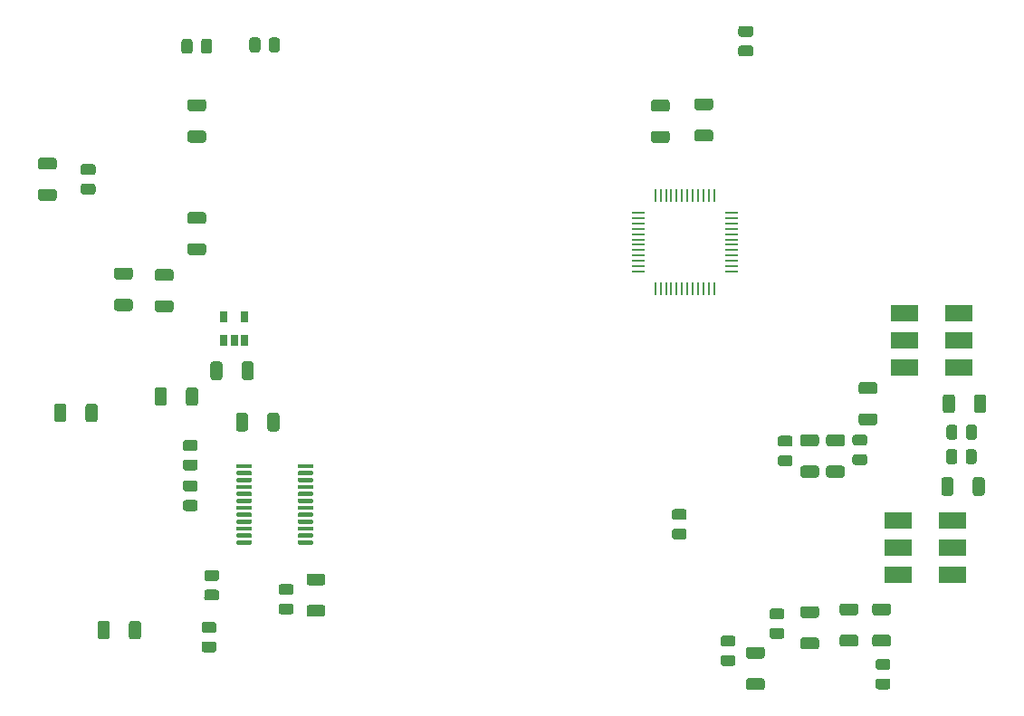
<source format=gbr>
%TF.GenerationSoftware,KiCad,Pcbnew,(5.1.10)-1*%
%TF.CreationDate,2021-07-26T18:41:44-03:00*%
%TF.ProjectId,ASBF,41534246-2e6b-4696-9361-645f70636258,V1.1*%
%TF.SameCoordinates,Original*%
%TF.FileFunction,Paste,Bot*%
%TF.FilePolarity,Positive*%
%FSLAX46Y46*%
G04 Gerber Fmt 4.6, Leading zero omitted, Abs format (unit mm)*
G04 Created by KiCad (PCBNEW (5.1.10)-1) date 2021-07-26 18:41:44*
%MOMM*%
%LPD*%
G01*
G04 APERTURE LIST*
%ADD10R,2.540000X1.650000*%
%ADD11R,0.250000X1.300000*%
%ADD12R,1.300000X0.250000*%
%ADD13R,0.650000X1.060000*%
G04 APERTURE END LIST*
%TO.C,R12*%
G36*
G01*
X165519998Y-64871000D02*
X166770002Y-64871000D01*
G75*
G02*
X167020000Y-65120998I0J-249998D01*
G01*
X167020000Y-65746002D01*
G75*
G02*
X166770002Y-65996000I-249998J0D01*
G01*
X165519998Y-65996000D01*
G75*
G02*
X165270000Y-65746002I0J249998D01*
G01*
X165270000Y-65120998D01*
G75*
G02*
X165519998Y-64871000I249998J0D01*
G01*
G37*
G36*
G01*
X165519998Y-61946000D02*
X166770002Y-61946000D01*
G75*
G02*
X167020000Y-62195998I0J-249998D01*
G01*
X167020000Y-62821002D01*
G75*
G02*
X166770002Y-63071000I-249998J0D01*
G01*
X165519998Y-63071000D01*
G75*
G02*
X165270000Y-62821002I0J249998D01*
G01*
X165270000Y-62195998D01*
G75*
G02*
X165519998Y-61946000I249998J0D01*
G01*
G37*
%TD*%
D10*
%TO.C,TR1*%
X194085000Y-86958000D03*
X194085000Y-84418000D03*
X194085000Y-81878000D03*
X189005000Y-81878000D03*
X189005000Y-84418000D03*
X189005000Y-86958000D03*
%TD*%
D11*
%TO.C,U3*%
X165681000Y-79624000D03*
X166181000Y-79624000D03*
X166681000Y-79624000D03*
X167181000Y-79624000D03*
X167681000Y-79624000D03*
X168181000Y-79624000D03*
X168681000Y-79624000D03*
X169181000Y-79624000D03*
X169681000Y-79624000D03*
X170181000Y-79624000D03*
X170681000Y-79624000D03*
X171181000Y-79624000D03*
D12*
X172781000Y-78024000D03*
X172781000Y-77524000D03*
X172781000Y-77024000D03*
X172781000Y-76524000D03*
X172781000Y-76024000D03*
X172781000Y-75524000D03*
X172781000Y-75024000D03*
X172781000Y-74524000D03*
X172781000Y-74024000D03*
X172781000Y-73524000D03*
X172781000Y-73024000D03*
X172781000Y-72524000D03*
D11*
X171181000Y-70924000D03*
X170681000Y-70924000D03*
X170181000Y-70924000D03*
X169681000Y-70924000D03*
X169181000Y-70924000D03*
X168681000Y-70924000D03*
X168181000Y-70924000D03*
X167681000Y-70924000D03*
X167181000Y-70924000D03*
X166681000Y-70924000D03*
X166181000Y-70924000D03*
X165681000Y-70924000D03*
D12*
X164081000Y-72524000D03*
X164081000Y-73024000D03*
X164081000Y-73524000D03*
X164081000Y-74024000D03*
X164081000Y-74524000D03*
X164081000Y-75024000D03*
X164081000Y-75524000D03*
X164081000Y-76024000D03*
X164081000Y-76524000D03*
X164081000Y-77024000D03*
X164081000Y-77524000D03*
X164081000Y-78024000D03*
%TD*%
%TO.C,U2*%
G36*
G01*
X126500000Y-103475000D02*
X126500000Y-103275000D01*
G75*
G02*
X126600000Y-103175000I100000J0D01*
G01*
X127875000Y-103175000D01*
G75*
G02*
X127975000Y-103275000I0J-100000D01*
G01*
X127975000Y-103475000D01*
G75*
G02*
X127875000Y-103575000I-100000J0D01*
G01*
X126600000Y-103575000D01*
G75*
G02*
X126500000Y-103475000I0J100000D01*
G01*
G37*
G36*
G01*
X126500000Y-102825000D02*
X126500000Y-102625000D01*
G75*
G02*
X126600000Y-102525000I100000J0D01*
G01*
X127875000Y-102525000D01*
G75*
G02*
X127975000Y-102625000I0J-100000D01*
G01*
X127975000Y-102825000D01*
G75*
G02*
X127875000Y-102925000I-100000J0D01*
G01*
X126600000Y-102925000D01*
G75*
G02*
X126500000Y-102825000I0J100000D01*
G01*
G37*
G36*
G01*
X126500000Y-102175000D02*
X126500000Y-101975000D01*
G75*
G02*
X126600000Y-101875000I100000J0D01*
G01*
X127875000Y-101875000D01*
G75*
G02*
X127975000Y-101975000I0J-100000D01*
G01*
X127975000Y-102175000D01*
G75*
G02*
X127875000Y-102275000I-100000J0D01*
G01*
X126600000Y-102275000D01*
G75*
G02*
X126500000Y-102175000I0J100000D01*
G01*
G37*
G36*
G01*
X126500000Y-101525000D02*
X126500000Y-101325000D01*
G75*
G02*
X126600000Y-101225000I100000J0D01*
G01*
X127875000Y-101225000D01*
G75*
G02*
X127975000Y-101325000I0J-100000D01*
G01*
X127975000Y-101525000D01*
G75*
G02*
X127875000Y-101625000I-100000J0D01*
G01*
X126600000Y-101625000D01*
G75*
G02*
X126500000Y-101525000I0J100000D01*
G01*
G37*
G36*
G01*
X126500000Y-100875000D02*
X126500000Y-100675000D01*
G75*
G02*
X126600000Y-100575000I100000J0D01*
G01*
X127875000Y-100575000D01*
G75*
G02*
X127975000Y-100675000I0J-100000D01*
G01*
X127975000Y-100875000D01*
G75*
G02*
X127875000Y-100975000I-100000J0D01*
G01*
X126600000Y-100975000D01*
G75*
G02*
X126500000Y-100875000I0J100000D01*
G01*
G37*
G36*
G01*
X126500000Y-100225000D02*
X126500000Y-100025000D01*
G75*
G02*
X126600000Y-99925000I100000J0D01*
G01*
X127875000Y-99925000D01*
G75*
G02*
X127975000Y-100025000I0J-100000D01*
G01*
X127975000Y-100225000D01*
G75*
G02*
X127875000Y-100325000I-100000J0D01*
G01*
X126600000Y-100325000D01*
G75*
G02*
X126500000Y-100225000I0J100000D01*
G01*
G37*
G36*
G01*
X126500000Y-99575000D02*
X126500000Y-99375000D01*
G75*
G02*
X126600000Y-99275000I100000J0D01*
G01*
X127875000Y-99275000D01*
G75*
G02*
X127975000Y-99375000I0J-100000D01*
G01*
X127975000Y-99575000D01*
G75*
G02*
X127875000Y-99675000I-100000J0D01*
G01*
X126600000Y-99675000D01*
G75*
G02*
X126500000Y-99575000I0J100000D01*
G01*
G37*
G36*
G01*
X126500000Y-98925000D02*
X126500000Y-98725000D01*
G75*
G02*
X126600000Y-98625000I100000J0D01*
G01*
X127875000Y-98625000D01*
G75*
G02*
X127975000Y-98725000I0J-100000D01*
G01*
X127975000Y-98925000D01*
G75*
G02*
X127875000Y-99025000I-100000J0D01*
G01*
X126600000Y-99025000D01*
G75*
G02*
X126500000Y-98925000I0J100000D01*
G01*
G37*
G36*
G01*
X126500000Y-98275000D02*
X126500000Y-98075000D01*
G75*
G02*
X126600000Y-97975000I100000J0D01*
G01*
X127875000Y-97975000D01*
G75*
G02*
X127975000Y-98075000I0J-100000D01*
G01*
X127975000Y-98275000D01*
G75*
G02*
X127875000Y-98375000I-100000J0D01*
G01*
X126600000Y-98375000D01*
G75*
G02*
X126500000Y-98275000I0J100000D01*
G01*
G37*
G36*
G01*
X126500000Y-97625000D02*
X126500000Y-97425000D01*
G75*
G02*
X126600000Y-97325000I100000J0D01*
G01*
X127875000Y-97325000D01*
G75*
G02*
X127975000Y-97425000I0J-100000D01*
G01*
X127975000Y-97625000D01*
G75*
G02*
X127875000Y-97725000I-100000J0D01*
G01*
X126600000Y-97725000D01*
G75*
G02*
X126500000Y-97625000I0J100000D01*
G01*
G37*
G36*
G01*
X126500000Y-96975000D02*
X126500000Y-96775000D01*
G75*
G02*
X126600000Y-96675000I100000J0D01*
G01*
X127875000Y-96675000D01*
G75*
G02*
X127975000Y-96775000I0J-100000D01*
G01*
X127975000Y-96975000D01*
G75*
G02*
X127875000Y-97075000I-100000J0D01*
G01*
X126600000Y-97075000D01*
G75*
G02*
X126500000Y-96975000I0J100000D01*
G01*
G37*
G36*
G01*
X126500000Y-96325000D02*
X126500000Y-96125000D01*
G75*
G02*
X126600000Y-96025000I100000J0D01*
G01*
X127875000Y-96025000D01*
G75*
G02*
X127975000Y-96125000I0J-100000D01*
G01*
X127975000Y-96325000D01*
G75*
G02*
X127875000Y-96425000I-100000J0D01*
G01*
X126600000Y-96425000D01*
G75*
G02*
X126500000Y-96325000I0J100000D01*
G01*
G37*
G36*
G01*
X132225000Y-96325000D02*
X132225000Y-96125000D01*
G75*
G02*
X132325000Y-96025000I100000J0D01*
G01*
X133600000Y-96025000D01*
G75*
G02*
X133700000Y-96125000I0J-100000D01*
G01*
X133700000Y-96325000D01*
G75*
G02*
X133600000Y-96425000I-100000J0D01*
G01*
X132325000Y-96425000D01*
G75*
G02*
X132225000Y-96325000I0J100000D01*
G01*
G37*
G36*
G01*
X132225000Y-96975000D02*
X132225000Y-96775000D01*
G75*
G02*
X132325000Y-96675000I100000J0D01*
G01*
X133600000Y-96675000D01*
G75*
G02*
X133700000Y-96775000I0J-100000D01*
G01*
X133700000Y-96975000D01*
G75*
G02*
X133600000Y-97075000I-100000J0D01*
G01*
X132325000Y-97075000D01*
G75*
G02*
X132225000Y-96975000I0J100000D01*
G01*
G37*
G36*
G01*
X132225000Y-97625000D02*
X132225000Y-97425000D01*
G75*
G02*
X132325000Y-97325000I100000J0D01*
G01*
X133600000Y-97325000D01*
G75*
G02*
X133700000Y-97425000I0J-100000D01*
G01*
X133700000Y-97625000D01*
G75*
G02*
X133600000Y-97725000I-100000J0D01*
G01*
X132325000Y-97725000D01*
G75*
G02*
X132225000Y-97625000I0J100000D01*
G01*
G37*
G36*
G01*
X132225000Y-98275000D02*
X132225000Y-98075000D01*
G75*
G02*
X132325000Y-97975000I100000J0D01*
G01*
X133600000Y-97975000D01*
G75*
G02*
X133700000Y-98075000I0J-100000D01*
G01*
X133700000Y-98275000D01*
G75*
G02*
X133600000Y-98375000I-100000J0D01*
G01*
X132325000Y-98375000D01*
G75*
G02*
X132225000Y-98275000I0J100000D01*
G01*
G37*
G36*
G01*
X132225000Y-98925000D02*
X132225000Y-98725000D01*
G75*
G02*
X132325000Y-98625000I100000J0D01*
G01*
X133600000Y-98625000D01*
G75*
G02*
X133700000Y-98725000I0J-100000D01*
G01*
X133700000Y-98925000D01*
G75*
G02*
X133600000Y-99025000I-100000J0D01*
G01*
X132325000Y-99025000D01*
G75*
G02*
X132225000Y-98925000I0J100000D01*
G01*
G37*
G36*
G01*
X132225000Y-99575000D02*
X132225000Y-99375000D01*
G75*
G02*
X132325000Y-99275000I100000J0D01*
G01*
X133600000Y-99275000D01*
G75*
G02*
X133700000Y-99375000I0J-100000D01*
G01*
X133700000Y-99575000D01*
G75*
G02*
X133600000Y-99675000I-100000J0D01*
G01*
X132325000Y-99675000D01*
G75*
G02*
X132225000Y-99575000I0J100000D01*
G01*
G37*
G36*
G01*
X132225000Y-100225000D02*
X132225000Y-100025000D01*
G75*
G02*
X132325000Y-99925000I100000J0D01*
G01*
X133600000Y-99925000D01*
G75*
G02*
X133700000Y-100025000I0J-100000D01*
G01*
X133700000Y-100225000D01*
G75*
G02*
X133600000Y-100325000I-100000J0D01*
G01*
X132325000Y-100325000D01*
G75*
G02*
X132225000Y-100225000I0J100000D01*
G01*
G37*
G36*
G01*
X132225000Y-100875000D02*
X132225000Y-100675000D01*
G75*
G02*
X132325000Y-100575000I100000J0D01*
G01*
X133600000Y-100575000D01*
G75*
G02*
X133700000Y-100675000I0J-100000D01*
G01*
X133700000Y-100875000D01*
G75*
G02*
X133600000Y-100975000I-100000J0D01*
G01*
X132325000Y-100975000D01*
G75*
G02*
X132225000Y-100875000I0J100000D01*
G01*
G37*
G36*
G01*
X132225000Y-101525000D02*
X132225000Y-101325000D01*
G75*
G02*
X132325000Y-101225000I100000J0D01*
G01*
X133600000Y-101225000D01*
G75*
G02*
X133700000Y-101325000I0J-100000D01*
G01*
X133700000Y-101525000D01*
G75*
G02*
X133600000Y-101625000I-100000J0D01*
G01*
X132325000Y-101625000D01*
G75*
G02*
X132225000Y-101525000I0J100000D01*
G01*
G37*
G36*
G01*
X132225000Y-102175000D02*
X132225000Y-101975000D01*
G75*
G02*
X132325000Y-101875000I100000J0D01*
G01*
X133600000Y-101875000D01*
G75*
G02*
X133700000Y-101975000I0J-100000D01*
G01*
X133700000Y-102175000D01*
G75*
G02*
X133600000Y-102275000I-100000J0D01*
G01*
X132325000Y-102275000D01*
G75*
G02*
X132225000Y-102175000I0J100000D01*
G01*
G37*
G36*
G01*
X132225000Y-102825000D02*
X132225000Y-102625000D01*
G75*
G02*
X132325000Y-102525000I100000J0D01*
G01*
X133600000Y-102525000D01*
G75*
G02*
X133700000Y-102625000I0J-100000D01*
G01*
X133700000Y-102825000D01*
G75*
G02*
X133600000Y-102925000I-100000J0D01*
G01*
X132325000Y-102925000D01*
G75*
G02*
X132225000Y-102825000I0J100000D01*
G01*
G37*
G36*
G01*
X132225000Y-103475000D02*
X132225000Y-103275000D01*
G75*
G02*
X132325000Y-103175000I100000J0D01*
G01*
X133600000Y-103175000D01*
G75*
G02*
X133700000Y-103275000I0J-100000D01*
G01*
X133700000Y-103475000D01*
G75*
G02*
X133600000Y-103575000I-100000J0D01*
G01*
X132325000Y-103575000D01*
G75*
G02*
X132225000Y-103475000I0J100000D01*
G01*
G37*
%TD*%
D13*
%TO.C,U1*%
X127245000Y-84427000D03*
X126295000Y-84427000D03*
X125345000Y-84427000D03*
X125345000Y-82227000D03*
X127245000Y-82227000D03*
%TD*%
D10*
%TO.C,TR2*%
X193450000Y-106389000D03*
X193450000Y-103849000D03*
X193450000Y-101309000D03*
X188370000Y-101309000D03*
X188370000Y-103849000D03*
X188370000Y-106389000D03*
%TD*%
%TO.C,R22*%
G36*
G01*
X183172997Y-111988000D02*
X184423003Y-111988000D01*
G75*
G02*
X184673000Y-112237997I0J-249997D01*
G01*
X184673000Y-112863003D01*
G75*
G02*
X184423003Y-113113000I-249997J0D01*
G01*
X183172997Y-113113000D01*
G75*
G02*
X182923000Y-112863003I0J249997D01*
G01*
X182923000Y-112237997D01*
G75*
G02*
X183172997Y-111988000I249997J0D01*
G01*
G37*
G36*
G01*
X183172997Y-109063000D02*
X184423003Y-109063000D01*
G75*
G02*
X184673000Y-109312997I0J-249997D01*
G01*
X184673000Y-109938003D01*
G75*
G02*
X184423003Y-110188000I-249997J0D01*
G01*
X183172997Y-110188000D01*
G75*
G02*
X182923000Y-109938003I0J249997D01*
G01*
X182923000Y-109312997D01*
G75*
G02*
X183172997Y-109063000I249997J0D01*
G01*
G37*
%TD*%
%TO.C,R21*%
G36*
G01*
X179489997Y-112242000D02*
X180740003Y-112242000D01*
G75*
G02*
X180990000Y-112491997I0J-249997D01*
G01*
X180990000Y-113117003D01*
G75*
G02*
X180740003Y-113367000I-249997J0D01*
G01*
X179489997Y-113367000D01*
G75*
G02*
X179240000Y-113117003I0J249997D01*
G01*
X179240000Y-112491997D01*
G75*
G02*
X179489997Y-112242000I249997J0D01*
G01*
G37*
G36*
G01*
X179489997Y-109317000D02*
X180740003Y-109317000D01*
G75*
G02*
X180990000Y-109566997I0J-249997D01*
G01*
X180990000Y-110192003D01*
G75*
G02*
X180740003Y-110442000I-249997J0D01*
G01*
X179489997Y-110442000D01*
G75*
G02*
X179240000Y-110192003I0J249997D01*
G01*
X179240000Y-109566997D01*
G75*
G02*
X179489997Y-109317000I249997J0D01*
G01*
G37*
%TD*%
%TO.C,R20*%
G36*
G01*
X175660003Y-114252000D02*
X174409997Y-114252000D01*
G75*
G02*
X174160000Y-114002003I0J249997D01*
G01*
X174160000Y-113376997D01*
G75*
G02*
X174409997Y-113127000I249997J0D01*
G01*
X175660003Y-113127000D01*
G75*
G02*
X175910000Y-113376997I0J-249997D01*
G01*
X175910000Y-114002003D01*
G75*
G02*
X175660003Y-114252000I-249997J0D01*
G01*
G37*
G36*
G01*
X175660003Y-117177000D02*
X174409997Y-117177000D01*
G75*
G02*
X174160000Y-116927003I0J249997D01*
G01*
X174160000Y-116301997D01*
G75*
G02*
X174409997Y-116052000I249997J0D01*
G01*
X175660003Y-116052000D01*
G75*
G02*
X175910000Y-116301997I0J-249997D01*
G01*
X175910000Y-116927003D01*
G75*
G02*
X175660003Y-117177000I-249997J0D01*
G01*
G37*
%TD*%
%TO.C,R19*%
G36*
G01*
X195366000Y-98759003D02*
X195366000Y-97508997D01*
G75*
G02*
X195615997Y-97259000I249997J0D01*
G01*
X196241003Y-97259000D01*
G75*
G02*
X196491000Y-97508997I0J-249997D01*
G01*
X196491000Y-98759003D01*
G75*
G02*
X196241003Y-99009000I-249997J0D01*
G01*
X195615997Y-99009000D01*
G75*
G02*
X195366000Y-98759003I0J249997D01*
G01*
G37*
G36*
G01*
X192441000Y-98759003D02*
X192441000Y-97508997D01*
G75*
G02*
X192690997Y-97259000I249997J0D01*
G01*
X193316003Y-97259000D01*
G75*
G02*
X193566000Y-97508997I0J-249997D01*
G01*
X193566000Y-98759003D01*
G75*
G02*
X193316003Y-99009000I-249997J0D01*
G01*
X192690997Y-99009000D01*
G75*
G02*
X192441000Y-98759003I0J249997D01*
G01*
G37*
%TD*%
%TO.C,R18*%
G36*
G01*
X179489997Y-96178500D02*
X180740003Y-96178500D01*
G75*
G02*
X180990000Y-96428497I0J-249997D01*
G01*
X180990000Y-97053503D01*
G75*
G02*
X180740003Y-97303500I-249997J0D01*
G01*
X179489997Y-97303500D01*
G75*
G02*
X179240000Y-97053503I0J249997D01*
G01*
X179240000Y-96428497D01*
G75*
G02*
X179489997Y-96178500I249997J0D01*
G01*
G37*
G36*
G01*
X179489997Y-93253500D02*
X180740003Y-93253500D01*
G75*
G02*
X180990000Y-93503497I0J-249997D01*
G01*
X180990000Y-94128503D01*
G75*
G02*
X180740003Y-94378500I-249997J0D01*
G01*
X179489997Y-94378500D01*
G75*
G02*
X179240000Y-94128503I0J249997D01*
G01*
X179240000Y-93503497D01*
G75*
G02*
X179489997Y-93253500I249997J0D01*
G01*
G37*
%TD*%
%TO.C,R17*%
G36*
G01*
X186220997Y-111988000D02*
X187471003Y-111988000D01*
G75*
G02*
X187721000Y-112237997I0J-249997D01*
G01*
X187721000Y-112863003D01*
G75*
G02*
X187471003Y-113113000I-249997J0D01*
G01*
X186220997Y-113113000D01*
G75*
G02*
X185971000Y-112863003I0J249997D01*
G01*
X185971000Y-112237997D01*
G75*
G02*
X186220997Y-111988000I249997J0D01*
G01*
G37*
G36*
G01*
X186220997Y-109063000D02*
X187471003Y-109063000D01*
G75*
G02*
X187721000Y-109312997I0J-249997D01*
G01*
X187721000Y-109938003D01*
G75*
G02*
X187471003Y-110188000I-249997J0D01*
G01*
X186220997Y-110188000D01*
G75*
G02*
X185971000Y-109938003I0J249997D01*
G01*
X185971000Y-109312997D01*
G75*
G02*
X186220997Y-109063000I249997J0D01*
G01*
G37*
%TD*%
%TO.C,R16*%
G36*
G01*
X184950997Y-91287000D02*
X186201003Y-91287000D01*
G75*
G02*
X186451000Y-91536997I0J-249997D01*
G01*
X186451000Y-92162003D01*
G75*
G02*
X186201003Y-92412000I-249997J0D01*
G01*
X184950997Y-92412000D01*
G75*
G02*
X184701000Y-92162003I0J249997D01*
G01*
X184701000Y-91536997D01*
G75*
G02*
X184950997Y-91287000I249997J0D01*
G01*
G37*
G36*
G01*
X184950997Y-88362000D02*
X186201003Y-88362000D01*
G75*
G02*
X186451000Y-88611997I0J-249997D01*
G01*
X186451000Y-89237003D01*
G75*
G02*
X186201003Y-89487000I-249997J0D01*
G01*
X184950997Y-89487000D01*
G75*
G02*
X184701000Y-89237003I0J249997D01*
G01*
X184701000Y-88611997D01*
G75*
G02*
X184950997Y-88362000I249997J0D01*
G01*
G37*
%TD*%
%TO.C,R15*%
G36*
G01*
X183153003Y-94378500D02*
X181902997Y-94378500D01*
G75*
G02*
X181653000Y-94128503I0J249997D01*
G01*
X181653000Y-93503497D01*
G75*
G02*
X181902997Y-93253500I249997J0D01*
G01*
X183153003Y-93253500D01*
G75*
G02*
X183403000Y-93503497I0J-249997D01*
G01*
X183403000Y-94128503D01*
G75*
G02*
X183153003Y-94378500I-249997J0D01*
G01*
G37*
G36*
G01*
X183153003Y-97303500D02*
X181902997Y-97303500D01*
G75*
G02*
X181653000Y-97053503I0J249997D01*
G01*
X181653000Y-96428497D01*
G75*
G02*
X181902997Y-96178500I249997J0D01*
G01*
X183153003Y-96178500D01*
G75*
G02*
X183403000Y-96428497I0J-249997D01*
G01*
X183403000Y-97053503D01*
G75*
G02*
X183153003Y-97303500I-249997J0D01*
G01*
G37*
%TD*%
%TO.C,R14*%
G36*
G01*
X195493000Y-91012003D02*
X195493000Y-89761997D01*
G75*
G02*
X195742997Y-89512000I249997J0D01*
G01*
X196368003Y-89512000D01*
G75*
G02*
X196618000Y-89761997I0J-249997D01*
G01*
X196618000Y-91012003D01*
G75*
G02*
X196368003Y-91262000I-249997J0D01*
G01*
X195742997Y-91262000D01*
G75*
G02*
X195493000Y-91012003I0J249997D01*
G01*
G37*
G36*
G01*
X192568000Y-91012003D02*
X192568000Y-89761997D01*
G75*
G02*
X192817997Y-89512000I249997J0D01*
G01*
X193443003Y-89512000D01*
G75*
G02*
X193693000Y-89761997I0J-249997D01*
G01*
X193693000Y-91012003D01*
G75*
G02*
X193443003Y-91262000I-249997J0D01*
G01*
X192817997Y-91262000D01*
G75*
G02*
X192568000Y-91012003I0J249997D01*
G01*
G37*
%TD*%
%TO.C,R13*%
G36*
G01*
X169583997Y-64744000D02*
X170834003Y-64744000D01*
G75*
G02*
X171084000Y-64993997I0J-249997D01*
G01*
X171084000Y-65619003D01*
G75*
G02*
X170834003Y-65869000I-249997J0D01*
G01*
X169583997Y-65869000D01*
G75*
G02*
X169334000Y-65619003I0J249997D01*
G01*
X169334000Y-64993997D01*
G75*
G02*
X169583997Y-64744000I249997J0D01*
G01*
G37*
G36*
G01*
X169583997Y-61819000D02*
X170834003Y-61819000D01*
G75*
G02*
X171084000Y-62068997I0J-249997D01*
G01*
X171084000Y-62694003D01*
G75*
G02*
X170834003Y-62944000I-249997J0D01*
G01*
X169583997Y-62944000D01*
G75*
G02*
X169334000Y-62694003I0J249997D01*
G01*
X169334000Y-62068997D01*
G75*
G02*
X169583997Y-61819000I249997J0D01*
G01*
G37*
%TD*%
%TO.C,R11*%
G36*
G01*
X133323997Y-106267000D02*
X134574003Y-106267000D01*
G75*
G02*
X134824000Y-106516997I0J-249997D01*
G01*
X134824000Y-107142003D01*
G75*
G02*
X134574003Y-107392000I-249997J0D01*
G01*
X133323997Y-107392000D01*
G75*
G02*
X133074000Y-107142003I0J249997D01*
G01*
X133074000Y-106516997D01*
G75*
G02*
X133323997Y-106267000I249997J0D01*
G01*
G37*
G36*
G01*
X133323997Y-109192000D02*
X134574003Y-109192000D01*
G75*
G02*
X134824000Y-109441997I0J-249997D01*
G01*
X134824000Y-110067003D01*
G75*
G02*
X134574003Y-110317000I-249997J0D01*
G01*
X133323997Y-110317000D01*
G75*
G02*
X133074000Y-110067003I0J249997D01*
G01*
X133074000Y-109441997D01*
G75*
G02*
X133323997Y-109192000I249997J0D01*
G01*
G37*
%TD*%
%TO.C,R10*%
G36*
G01*
X126475000Y-92725003D02*
X126475000Y-91474997D01*
G75*
G02*
X126724997Y-91225000I249997J0D01*
G01*
X127350003Y-91225000D01*
G75*
G02*
X127600000Y-91474997I0J-249997D01*
G01*
X127600000Y-92725003D01*
G75*
G02*
X127350003Y-92975000I-249997J0D01*
G01*
X126724997Y-92975000D01*
G75*
G02*
X126475000Y-92725003I0J249997D01*
G01*
G37*
G36*
G01*
X129400000Y-92725003D02*
X129400000Y-91474997D01*
G75*
G02*
X129649997Y-91225000I249997J0D01*
G01*
X130275003Y-91225000D01*
G75*
G02*
X130525000Y-91474997I0J-249997D01*
G01*
X130525000Y-92725003D01*
G75*
G02*
X130275003Y-92975000I-249997J0D01*
G01*
X129649997Y-92975000D01*
G75*
G02*
X129400000Y-92725003I0J249997D01*
G01*
G37*
%TD*%
%TO.C,R9*%
G36*
G01*
X122920000Y-89094997D02*
X122920000Y-90345003D01*
G75*
G02*
X122670003Y-90595000I-249997J0D01*
G01*
X122044997Y-90595000D01*
G75*
G02*
X121795000Y-90345003I0J249997D01*
G01*
X121795000Y-89094997D01*
G75*
G02*
X122044997Y-88845000I249997J0D01*
G01*
X122670003Y-88845000D01*
G75*
G02*
X122920000Y-89094997I0J-249997D01*
G01*
G37*
G36*
G01*
X119995000Y-89094997D02*
X119995000Y-90345003D01*
G75*
G02*
X119745003Y-90595000I-249997J0D01*
G01*
X119119997Y-90595000D01*
G75*
G02*
X118870000Y-90345003I0J249997D01*
G01*
X118870000Y-89094997D01*
G75*
G02*
X119119997Y-88845000I249997J0D01*
G01*
X119745003Y-88845000D01*
G75*
G02*
X119995000Y-89094997I0J-249997D01*
G01*
G37*
%TD*%
%TO.C,R8*%
G36*
G01*
X113536000Y-112189003D02*
X113536000Y-110938997D01*
G75*
G02*
X113785997Y-110689000I249997J0D01*
G01*
X114411003Y-110689000D01*
G75*
G02*
X114661000Y-110938997I0J-249997D01*
G01*
X114661000Y-112189003D01*
G75*
G02*
X114411003Y-112439000I-249997J0D01*
G01*
X113785997Y-112439000D01*
G75*
G02*
X113536000Y-112189003I0J249997D01*
G01*
G37*
G36*
G01*
X116461000Y-112189003D02*
X116461000Y-110938997D01*
G75*
G02*
X116710997Y-110689000I249997J0D01*
G01*
X117336003Y-110689000D01*
G75*
G02*
X117586000Y-110938997I0J-249997D01*
G01*
X117586000Y-112189003D01*
G75*
G02*
X117336003Y-112439000I-249997J0D01*
G01*
X116710997Y-112439000D01*
G75*
G02*
X116461000Y-112189003I0J249997D01*
G01*
G37*
%TD*%
%TO.C,R7*%
G36*
G01*
X124077000Y-87932003D02*
X124077000Y-86681997D01*
G75*
G02*
X124326997Y-86432000I249997J0D01*
G01*
X124952003Y-86432000D01*
G75*
G02*
X125202000Y-86681997I0J-249997D01*
G01*
X125202000Y-87932003D01*
G75*
G02*
X124952003Y-88182000I-249997J0D01*
G01*
X124326997Y-88182000D01*
G75*
G02*
X124077000Y-87932003I0J249997D01*
G01*
G37*
G36*
G01*
X127002000Y-87932003D02*
X127002000Y-86681997D01*
G75*
G02*
X127251997Y-86432000I249997J0D01*
G01*
X127877003Y-86432000D01*
G75*
G02*
X128127000Y-86681997I0J-249997D01*
G01*
X128127000Y-87932003D01*
G75*
G02*
X127877003Y-88182000I-249997J0D01*
G01*
X127251997Y-88182000D01*
G75*
G02*
X127002000Y-87932003I0J249997D01*
G01*
G37*
%TD*%
%TO.C,R6*%
G36*
G01*
X122174997Y-61914000D02*
X123425003Y-61914000D01*
G75*
G02*
X123675000Y-62163997I0J-249997D01*
G01*
X123675000Y-62789003D01*
G75*
G02*
X123425003Y-63039000I-249997J0D01*
G01*
X122174997Y-63039000D01*
G75*
G02*
X121925000Y-62789003I0J249997D01*
G01*
X121925000Y-62163997D01*
G75*
G02*
X122174997Y-61914000I249997J0D01*
G01*
G37*
G36*
G01*
X122174997Y-64839000D02*
X123425003Y-64839000D01*
G75*
G02*
X123675000Y-65088997I0J-249997D01*
G01*
X123675000Y-65714003D01*
G75*
G02*
X123425003Y-65964000I-249997J0D01*
G01*
X122174997Y-65964000D01*
G75*
G02*
X121925000Y-65714003I0J249997D01*
G01*
X121925000Y-65088997D01*
G75*
G02*
X122174997Y-64839000I249997J0D01*
G01*
G37*
%TD*%
%TO.C,R5*%
G36*
G01*
X123425003Y-76505000D02*
X122174997Y-76505000D01*
G75*
G02*
X121925000Y-76255003I0J249997D01*
G01*
X121925000Y-75629997D01*
G75*
G02*
X122174997Y-75380000I249997J0D01*
G01*
X123425003Y-75380000D01*
G75*
G02*
X123675000Y-75629997I0J-249997D01*
G01*
X123675000Y-76255003D01*
G75*
G02*
X123425003Y-76505000I-249997J0D01*
G01*
G37*
G36*
G01*
X123425003Y-73580000D02*
X122174997Y-73580000D01*
G75*
G02*
X121925000Y-73330003I0J249997D01*
G01*
X121925000Y-72704997D01*
G75*
G02*
X122174997Y-72455000I249997J0D01*
G01*
X123425003Y-72455000D01*
G75*
G02*
X123675000Y-72704997I0J-249997D01*
G01*
X123675000Y-73330003D01*
G75*
G02*
X123425003Y-73580000I-249997J0D01*
G01*
G37*
%TD*%
%TO.C,R4*%
G36*
G01*
X109472000Y-91869003D02*
X109472000Y-90618997D01*
G75*
G02*
X109721997Y-90369000I249997J0D01*
G01*
X110347003Y-90369000D01*
G75*
G02*
X110597000Y-90618997I0J-249997D01*
G01*
X110597000Y-91869003D01*
G75*
G02*
X110347003Y-92119000I-249997J0D01*
G01*
X109721997Y-92119000D01*
G75*
G02*
X109472000Y-91869003I0J249997D01*
G01*
G37*
G36*
G01*
X112397000Y-91869003D02*
X112397000Y-90618997D01*
G75*
G02*
X112646997Y-90369000I249997J0D01*
G01*
X113272003Y-90369000D01*
G75*
G02*
X113522000Y-90618997I0J-249997D01*
G01*
X113522000Y-91869003D01*
G75*
G02*
X113272003Y-92119000I-249997J0D01*
G01*
X112646997Y-92119000D01*
G75*
G02*
X112397000Y-91869003I0J249997D01*
G01*
G37*
%TD*%
%TO.C,R3*%
G36*
G01*
X120377003Y-81839000D02*
X119126997Y-81839000D01*
G75*
G02*
X118877000Y-81589003I0J249997D01*
G01*
X118877000Y-80963997D01*
G75*
G02*
X119126997Y-80714000I249997J0D01*
G01*
X120377003Y-80714000D01*
G75*
G02*
X120627000Y-80963997I0J-249997D01*
G01*
X120627000Y-81589003D01*
G75*
G02*
X120377003Y-81839000I-249997J0D01*
G01*
G37*
G36*
G01*
X120377003Y-78914000D02*
X119126997Y-78914000D01*
G75*
G02*
X118877000Y-78664003I0J249997D01*
G01*
X118877000Y-78038997D01*
G75*
G02*
X119126997Y-77789000I249997J0D01*
G01*
X120377003Y-77789000D01*
G75*
G02*
X120627000Y-78038997I0J-249997D01*
G01*
X120627000Y-78664003D01*
G75*
G02*
X120377003Y-78914000I-249997J0D01*
G01*
G37*
%TD*%
%TO.C,R2*%
G36*
G01*
X109455003Y-71425000D02*
X108204997Y-71425000D01*
G75*
G02*
X107955000Y-71175003I0J249997D01*
G01*
X107955000Y-70549997D01*
G75*
G02*
X108204997Y-70300000I249997J0D01*
G01*
X109455003Y-70300000D01*
G75*
G02*
X109705000Y-70549997I0J-249997D01*
G01*
X109705000Y-71175003D01*
G75*
G02*
X109455003Y-71425000I-249997J0D01*
G01*
G37*
G36*
G01*
X109455003Y-68500000D02*
X108204997Y-68500000D01*
G75*
G02*
X107955000Y-68250003I0J249997D01*
G01*
X107955000Y-67624997D01*
G75*
G02*
X108204997Y-67375000I249997J0D01*
G01*
X109455003Y-67375000D01*
G75*
G02*
X109705000Y-67624997I0J-249997D01*
G01*
X109705000Y-68250003D01*
G75*
G02*
X109455003Y-68500000I-249997J0D01*
G01*
G37*
%TD*%
%TO.C,R1*%
G36*
G01*
X115316997Y-77662000D02*
X116567003Y-77662000D01*
G75*
G02*
X116817000Y-77911997I0J-249997D01*
G01*
X116817000Y-78537003D01*
G75*
G02*
X116567003Y-78787000I-249997J0D01*
G01*
X115316997Y-78787000D01*
G75*
G02*
X115067000Y-78537003I0J249997D01*
G01*
X115067000Y-77911997D01*
G75*
G02*
X115316997Y-77662000I249997J0D01*
G01*
G37*
G36*
G01*
X115316997Y-80587000D02*
X116567003Y-80587000D01*
G75*
G02*
X116817000Y-80836997I0J-249997D01*
G01*
X116817000Y-81462003D01*
G75*
G02*
X116567003Y-81712000I-249997J0D01*
G01*
X115316997Y-81712000D01*
G75*
G02*
X115067000Y-81462003I0J249997D01*
G01*
X115067000Y-80836997D01*
G75*
G02*
X115316997Y-80587000I249997J0D01*
G01*
G37*
%TD*%
%TO.C,C24*%
G36*
G01*
X194715500Y-95790002D02*
X194715500Y-94889998D01*
G75*
G02*
X194965498Y-94640000I249998J0D01*
G01*
X195490502Y-94640000D01*
G75*
G02*
X195740500Y-94889998I0J-249998D01*
G01*
X195740500Y-95790002D01*
G75*
G02*
X195490502Y-96040000I-249998J0D01*
G01*
X194965498Y-96040000D01*
G75*
G02*
X194715500Y-95790002I0J249998D01*
G01*
G37*
G36*
G01*
X192890500Y-95790002D02*
X192890500Y-94889998D01*
G75*
G02*
X193140498Y-94640000I249998J0D01*
G01*
X193665502Y-94640000D01*
G75*
G02*
X193915500Y-94889998I0J-249998D01*
G01*
X193915500Y-95790002D01*
G75*
G02*
X193665502Y-96040000I-249998J0D01*
G01*
X193140498Y-96040000D01*
G75*
G02*
X192890500Y-95790002I0J249998D01*
G01*
G37*
%TD*%
%TO.C,C23*%
G36*
G01*
X177378998Y-95208500D02*
X178279002Y-95208500D01*
G75*
G02*
X178529000Y-95458498I0J-249998D01*
G01*
X178529000Y-95983502D01*
G75*
G02*
X178279002Y-96233500I-249998J0D01*
G01*
X177378998Y-96233500D01*
G75*
G02*
X177129000Y-95983502I0J249998D01*
G01*
X177129000Y-95458498D01*
G75*
G02*
X177378998Y-95208500I249998J0D01*
G01*
G37*
G36*
G01*
X177378998Y-93383500D02*
X178279002Y-93383500D01*
G75*
G02*
X178529000Y-93633498I0J-249998D01*
G01*
X178529000Y-94158502D01*
G75*
G02*
X178279002Y-94408500I-249998J0D01*
G01*
X177378998Y-94408500D01*
G75*
G02*
X177129000Y-94158502I0J249998D01*
G01*
X177129000Y-93633498D01*
G75*
G02*
X177378998Y-93383500I249998J0D01*
G01*
G37*
%TD*%
%TO.C,C22*%
G36*
G01*
X167472998Y-102066500D02*
X168373002Y-102066500D01*
G75*
G02*
X168623000Y-102316498I0J-249998D01*
G01*
X168623000Y-102841502D01*
G75*
G02*
X168373002Y-103091500I-249998J0D01*
G01*
X167472998Y-103091500D01*
G75*
G02*
X167223000Y-102841502I0J249998D01*
G01*
X167223000Y-102316498D01*
G75*
G02*
X167472998Y-102066500I249998J0D01*
G01*
G37*
G36*
G01*
X167472998Y-100241500D02*
X168373002Y-100241500D01*
G75*
G02*
X168623000Y-100491498I0J-249998D01*
G01*
X168623000Y-101016502D01*
G75*
G02*
X168373002Y-101266500I-249998J0D01*
G01*
X167472998Y-101266500D01*
G75*
G02*
X167223000Y-101016502I0J249998D01*
G01*
X167223000Y-100491498D01*
G75*
G02*
X167472998Y-100241500I249998J0D01*
G01*
G37*
%TD*%
%TO.C,C21*%
G36*
G01*
X185264002Y-94305000D02*
X184363998Y-94305000D01*
G75*
G02*
X184114000Y-94055002I0J249998D01*
G01*
X184114000Y-93529998D01*
G75*
G02*
X184363998Y-93280000I249998J0D01*
G01*
X185264002Y-93280000D01*
G75*
G02*
X185514000Y-93529998I0J-249998D01*
G01*
X185514000Y-94055002D01*
G75*
G02*
X185264002Y-94305000I-249998J0D01*
G01*
G37*
G36*
G01*
X185264002Y-96130000D02*
X184363998Y-96130000D01*
G75*
G02*
X184114000Y-95880002I0J249998D01*
G01*
X184114000Y-95354998D01*
G75*
G02*
X184363998Y-95105000I249998J0D01*
G01*
X185264002Y-95105000D01*
G75*
G02*
X185514000Y-95354998I0J-249998D01*
G01*
X185514000Y-95880002D01*
G75*
G02*
X185264002Y-96130000I-249998J0D01*
G01*
G37*
%TD*%
%TO.C,C20*%
G36*
G01*
X194739000Y-93504002D02*
X194739000Y-92603998D01*
G75*
G02*
X194988998Y-92354000I249998J0D01*
G01*
X195514002Y-92354000D01*
G75*
G02*
X195764000Y-92603998I0J-249998D01*
G01*
X195764000Y-93504002D01*
G75*
G02*
X195514002Y-93754000I-249998J0D01*
G01*
X194988998Y-93754000D01*
G75*
G02*
X194739000Y-93504002I0J249998D01*
G01*
G37*
G36*
G01*
X192914000Y-93504002D02*
X192914000Y-92603998D01*
G75*
G02*
X193163998Y-92354000I249998J0D01*
G01*
X193689002Y-92354000D01*
G75*
G02*
X193939000Y-92603998I0J-249998D01*
G01*
X193939000Y-93504002D01*
G75*
G02*
X193689002Y-93754000I-249998J0D01*
G01*
X193163998Y-93754000D01*
G75*
G02*
X192914000Y-93504002I0J249998D01*
G01*
G37*
%TD*%
%TO.C,C19*%
G36*
G01*
X176616998Y-111361000D02*
X177517002Y-111361000D01*
G75*
G02*
X177767000Y-111610998I0J-249998D01*
G01*
X177767000Y-112136002D01*
G75*
G02*
X177517002Y-112386000I-249998J0D01*
G01*
X176616998Y-112386000D01*
G75*
G02*
X176367000Y-112136002I0J249998D01*
G01*
X176367000Y-111610998D01*
G75*
G02*
X176616998Y-111361000I249998J0D01*
G01*
G37*
G36*
G01*
X176616998Y-109536000D02*
X177517002Y-109536000D01*
G75*
G02*
X177767000Y-109785998I0J-249998D01*
G01*
X177767000Y-110311002D01*
G75*
G02*
X177517002Y-110561000I-249998J0D01*
G01*
X176616998Y-110561000D01*
G75*
G02*
X176367000Y-110311002I0J249998D01*
G01*
X176367000Y-109785998D01*
G75*
G02*
X176616998Y-109536000I249998J0D01*
G01*
G37*
%TD*%
%TO.C,C18*%
G36*
G01*
X187423002Y-115283500D02*
X186522998Y-115283500D01*
G75*
G02*
X186273000Y-115033502I0J249998D01*
G01*
X186273000Y-114508498D01*
G75*
G02*
X186522998Y-114258500I249998J0D01*
G01*
X187423002Y-114258500D01*
G75*
G02*
X187673000Y-114508498I0J-249998D01*
G01*
X187673000Y-115033502D01*
G75*
G02*
X187423002Y-115283500I-249998J0D01*
G01*
G37*
G36*
G01*
X187423002Y-117108500D02*
X186522998Y-117108500D01*
G75*
G02*
X186273000Y-116858502I0J249998D01*
G01*
X186273000Y-116333498D01*
G75*
G02*
X186522998Y-116083500I249998J0D01*
G01*
X187423002Y-116083500D01*
G75*
G02*
X187673000Y-116333498I0J-249998D01*
G01*
X187673000Y-116858502D01*
G75*
G02*
X187423002Y-117108500I-249998J0D01*
G01*
G37*
%TD*%
%TO.C,C15*%
G36*
G01*
X174596002Y-56078000D02*
X173695998Y-56078000D01*
G75*
G02*
X173446000Y-55828002I0J249998D01*
G01*
X173446000Y-55302998D01*
G75*
G02*
X173695998Y-55053000I249998J0D01*
G01*
X174596002Y-55053000D01*
G75*
G02*
X174846000Y-55302998I0J-249998D01*
G01*
X174846000Y-55828002D01*
G75*
G02*
X174596002Y-56078000I-249998J0D01*
G01*
G37*
G36*
G01*
X174596002Y-57903000D02*
X173695998Y-57903000D01*
G75*
G02*
X173446000Y-57653002I0J249998D01*
G01*
X173446000Y-57127998D01*
G75*
G02*
X173695998Y-56878000I249998J0D01*
G01*
X174596002Y-56878000D01*
G75*
G02*
X174846000Y-57127998I0J-249998D01*
G01*
X174846000Y-57653002D01*
G75*
G02*
X174596002Y-57903000I-249998J0D01*
G01*
G37*
%TD*%
%TO.C,C14*%
G36*
G01*
X172044998Y-113901000D02*
X172945002Y-113901000D01*
G75*
G02*
X173195000Y-114150998I0J-249998D01*
G01*
X173195000Y-114676002D01*
G75*
G02*
X172945002Y-114926000I-249998J0D01*
G01*
X172044998Y-114926000D01*
G75*
G02*
X171795000Y-114676002I0J249998D01*
G01*
X171795000Y-114150998D01*
G75*
G02*
X172044998Y-113901000I249998J0D01*
G01*
G37*
G36*
G01*
X172044998Y-112076000D02*
X172945002Y-112076000D01*
G75*
G02*
X173195000Y-112325998I0J-249998D01*
G01*
X173195000Y-112851002D01*
G75*
G02*
X172945002Y-113101000I-249998J0D01*
G01*
X172044998Y-113101000D01*
G75*
G02*
X171795000Y-112851002I0J249998D01*
G01*
X171795000Y-112325998D01*
G75*
G02*
X172044998Y-112076000I249998J0D01*
G01*
G37*
%TD*%
%TO.C,C11*%
G36*
G01*
X130704998Y-107248000D02*
X131605002Y-107248000D01*
G75*
G02*
X131855000Y-107497998I0J-249998D01*
G01*
X131855000Y-108023002D01*
G75*
G02*
X131605002Y-108273000I-249998J0D01*
G01*
X130704998Y-108273000D01*
G75*
G02*
X130455000Y-108023002I0J249998D01*
G01*
X130455000Y-107497998D01*
G75*
G02*
X130704998Y-107248000I249998J0D01*
G01*
G37*
G36*
G01*
X130704998Y-109073000D02*
X131605002Y-109073000D01*
G75*
G02*
X131855000Y-109322998I0J-249998D01*
G01*
X131855000Y-109848002D01*
G75*
G02*
X131605002Y-110098000I-249998J0D01*
G01*
X130704998Y-110098000D01*
G75*
G02*
X130455000Y-109848002I0J249998D01*
G01*
X130455000Y-109322998D01*
G75*
G02*
X130704998Y-109073000I249998J0D01*
G01*
G37*
%TD*%
%TO.C,C8*%
G36*
G01*
X124647002Y-108798000D02*
X123746998Y-108798000D01*
G75*
G02*
X123497000Y-108548002I0J249998D01*
G01*
X123497000Y-108022998D01*
G75*
G02*
X123746998Y-107773000I249998J0D01*
G01*
X124647002Y-107773000D01*
G75*
G02*
X124897000Y-108022998I0J-249998D01*
G01*
X124897000Y-108548002D01*
G75*
G02*
X124647002Y-108798000I-249998J0D01*
G01*
G37*
G36*
G01*
X124647002Y-106973000D02*
X123746998Y-106973000D01*
G75*
G02*
X123497000Y-106723002I0J249998D01*
G01*
X123497000Y-106197998D01*
G75*
G02*
X123746998Y-105948000I249998J0D01*
G01*
X124647002Y-105948000D01*
G75*
G02*
X124897000Y-106197998I0J-249998D01*
G01*
X124897000Y-106723002D01*
G75*
G02*
X124647002Y-106973000I-249998J0D01*
G01*
G37*
%TD*%
%TO.C,C7*%
G36*
G01*
X122650002Y-96629500D02*
X121749998Y-96629500D01*
G75*
G02*
X121500000Y-96379502I0J249998D01*
G01*
X121500000Y-95854498D01*
G75*
G02*
X121749998Y-95604500I249998J0D01*
G01*
X122650002Y-95604500D01*
G75*
G02*
X122900000Y-95854498I0J-249998D01*
G01*
X122900000Y-96379502D01*
G75*
G02*
X122650002Y-96629500I-249998J0D01*
G01*
G37*
G36*
G01*
X122650002Y-94804500D02*
X121749998Y-94804500D01*
G75*
G02*
X121500000Y-94554502I0J249998D01*
G01*
X121500000Y-94029498D01*
G75*
G02*
X121749998Y-93779500I249998J0D01*
G01*
X122650002Y-93779500D01*
G75*
G02*
X122900000Y-94029498I0J-249998D01*
G01*
X122900000Y-94554502D01*
G75*
G02*
X122650002Y-94804500I-249998J0D01*
G01*
G37*
%TD*%
%TO.C,C6*%
G36*
G01*
X122650002Y-100425000D02*
X121749998Y-100425000D01*
G75*
G02*
X121500000Y-100175002I0J249998D01*
G01*
X121500000Y-99649998D01*
G75*
G02*
X121749998Y-99400000I249998J0D01*
G01*
X122650002Y-99400000D01*
G75*
G02*
X122900000Y-99649998I0J-249998D01*
G01*
X122900000Y-100175002D01*
G75*
G02*
X122650002Y-100425000I-249998J0D01*
G01*
G37*
G36*
G01*
X122650002Y-98600000D02*
X121749998Y-98600000D01*
G75*
G02*
X121500000Y-98350002I0J249998D01*
G01*
X121500000Y-97824998D01*
G75*
G02*
X121749998Y-97575000I249998J0D01*
G01*
X122650002Y-97575000D01*
G75*
G02*
X122900000Y-97824998I0J-249998D01*
G01*
X122900000Y-98350002D01*
G75*
G02*
X122650002Y-98600000I-249998J0D01*
G01*
G37*
%TD*%
%TO.C,C5*%
G36*
G01*
X124393002Y-113647500D02*
X123492998Y-113647500D01*
G75*
G02*
X123243000Y-113397502I0J249998D01*
G01*
X123243000Y-112872498D01*
G75*
G02*
X123492998Y-112622500I249998J0D01*
G01*
X124393002Y-112622500D01*
G75*
G02*
X124643000Y-112872498I0J-249998D01*
G01*
X124643000Y-113397502D01*
G75*
G02*
X124393002Y-113647500I-249998J0D01*
G01*
G37*
G36*
G01*
X124393002Y-111822500D02*
X123492998Y-111822500D01*
G75*
G02*
X123243000Y-111572502I0J249998D01*
G01*
X123243000Y-111047498D01*
G75*
G02*
X123492998Y-110797500I249998J0D01*
G01*
X124393002Y-110797500D01*
G75*
G02*
X124643000Y-111047498I0J-249998D01*
G01*
X124643000Y-111572502D01*
G75*
G02*
X124393002Y-111822500I-249998J0D01*
G01*
G37*
%TD*%
%TO.C,C3*%
G36*
G01*
X127725000Y-57277002D02*
X127725000Y-56376998D01*
G75*
G02*
X127974998Y-56127000I249998J0D01*
G01*
X128500002Y-56127000D01*
G75*
G02*
X128750000Y-56376998I0J-249998D01*
G01*
X128750000Y-57277002D01*
G75*
G02*
X128500002Y-57527000I-249998J0D01*
G01*
X127974998Y-57527000D01*
G75*
G02*
X127725000Y-57277002I0J249998D01*
G01*
G37*
G36*
G01*
X129550000Y-57277002D02*
X129550000Y-56376998D01*
G75*
G02*
X129799998Y-56127000I249998J0D01*
G01*
X130325002Y-56127000D01*
G75*
G02*
X130575000Y-56376998I0J-249998D01*
G01*
X130575000Y-57277002D01*
G75*
G02*
X130325002Y-57527000I-249998J0D01*
G01*
X129799998Y-57527000D01*
G75*
G02*
X129550000Y-57277002I0J249998D01*
G01*
G37*
%TD*%
%TO.C,C2*%
G36*
G01*
X124225000Y-56503998D02*
X124225000Y-57404002D01*
G75*
G02*
X123975002Y-57654000I-249998J0D01*
G01*
X123449998Y-57654000D01*
G75*
G02*
X123200000Y-57404002I0J249998D01*
G01*
X123200000Y-56503998D01*
G75*
G02*
X123449998Y-56254000I249998J0D01*
G01*
X123975002Y-56254000D01*
G75*
G02*
X124225000Y-56503998I0J-249998D01*
G01*
G37*
G36*
G01*
X122400000Y-56503998D02*
X122400000Y-57404002D01*
G75*
G02*
X122150002Y-57654000I-249998J0D01*
G01*
X121624998Y-57654000D01*
G75*
G02*
X121375000Y-57404002I0J249998D01*
G01*
X121375000Y-56503998D01*
G75*
G02*
X121624998Y-56254000I249998J0D01*
G01*
X122150002Y-56254000D01*
G75*
G02*
X122400000Y-56503998I0J-249998D01*
G01*
G37*
%TD*%
%TO.C,C1*%
G36*
G01*
X112189998Y-67975000D02*
X113090002Y-67975000D01*
G75*
G02*
X113340000Y-68224998I0J-249998D01*
G01*
X113340000Y-68750002D01*
G75*
G02*
X113090002Y-69000000I-249998J0D01*
G01*
X112189998Y-69000000D01*
G75*
G02*
X111940000Y-68750002I0J249998D01*
G01*
X111940000Y-68224998D01*
G75*
G02*
X112189998Y-67975000I249998J0D01*
G01*
G37*
G36*
G01*
X112189998Y-69800000D02*
X113090002Y-69800000D01*
G75*
G02*
X113340000Y-70049998I0J-249998D01*
G01*
X113340000Y-70575002D01*
G75*
G02*
X113090002Y-70825000I-249998J0D01*
G01*
X112189998Y-70825000D01*
G75*
G02*
X111940000Y-70575002I0J249998D01*
G01*
X111940000Y-70049998D01*
G75*
G02*
X112189998Y-69800000I249998J0D01*
G01*
G37*
%TD*%
M02*

</source>
